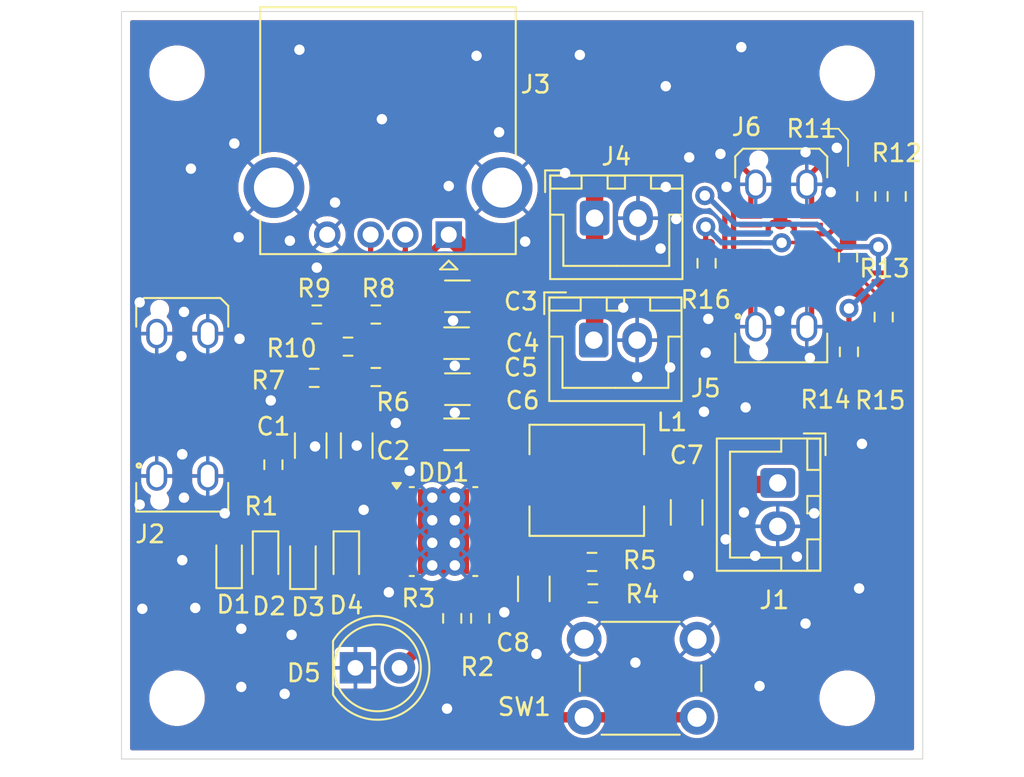
<source format=kicad_pcb>
(kicad_pcb (version 20240108) (generator "pcbnew") (generator_version "8.0")
  (layers (0 "F.Cu" signal) (31 "B.Cu" signal) (34 "B.Paste" user) (35 "F.Paste" user) (36 "B.SilkS" user "B.Silkscreen") (37 "F.SilkS" user "F.Silkscreen") (38 "B.Mask" user) (39 "F.Mask" user) (44 "Edge.Cuts" user))
  (net 0 "")
  (net 1 "GND")
  (net 2 "Net-(C1-Pad1)")
  (net 3 "Net-(DD1-Vin)")
  (net 4 "Net-(DD1-Vout)")
  (net 5 "Net-(J1-Pin_1)")
  (net 6 "Net-(DD1-BAT)")
  (net 7 "Net-(D5-A)")
  (net 8 "Net-(DD1-SW)")
  (net 9 "Net-(D1-A)")
  (net 10 "Net-(D1-K)")
  (net 11 "Net-(D3-A)")
  (net 12 "Net-(DD1-KEY)")
  (net 29 "Net-(R2-Pad2)")
  (net 30 "Net-(J3-D-)")
  (net 31 "Net-(J3-D+)")
  (net 33 "Net-(J6-D+-PadA6)")
  (net 35 "Net-(J6-CC1)")
  (net 44 "Net-(J6-D--PadA7)")
  (footprint "Capacitor_SMD:C_1206_3216Metric_Pad1.33x1.80mm_HandSolder" (layer "F.Cu") (at 138.95 110.7 -90)
    (property "Reference" "C8" (at 3.1 1.2 180) (layer "F.SilkS"))
    (property "Value" "22 uF")
    (pad "1" smd roundrect (at -1.5625 0 270) (size 1.325 1.8) (layers "F.Cu" "F.Paste" "F.Mask") (roundrect_rratio 0.188679) (net 6 "Net-(DD1-BAT)"))
    (pad "2" smd roundrect (at 1.5625 0 270) (size 1.325 1.8) (layers "F.Cu" "F.Paste" "F.Mask") (roundrect_rratio 0.188679) (net 1 "GND"))
  )
  (footprint "Capacitor_SMD:C_1206_3216Metric_Pad1.33x1.80mm_HandSolder" (layer "F.Cu") (at 128.75 102.45 90)
    (property "Reference" "C2" (at -0.3 2.1 180) (layer "F.SilkS"))
    (property "Value" "10 uF")
    (pad "1" smd roundrect (at -1.5625 0 90) (size 1.325 1.8) (layers "F.Cu" "F.Paste" "F.Mask") (roundrect_rratio 0.188679) (net 3 "Net-(DD1-Vin)"))
    (pad "2" smd roundrect (at 1.5625 0 90) (size 1.325 1.8) (layers "F.Cu" "F.Paste" "F.Mask") (roundrect_rratio 0.188679) (net 1 "GND"))
  )
  (footprint "Resistor_SMD:R_0603_1608Metric_Pad0.98x0.95mm_HandSolder" (layer "F.Cu") (at 157.05 91.6 90)
    (property "Reference" "R13" (at -0.65 2.1 180) (layer "F.SilkS"))
    (property "Value" "0 Ohm")
    (pad "1" smd roundrect (at -0.9125 0 90) (size 0.975 0.95) (layers "F.Cu" "F.Paste" "F.Mask") (net 44 "Net-(J6-D--PadA7)"))
    (pad "2" smd roundrect (at 0.9125 0 90) (size 0.975 0.95) (layers "F.Cu" "F.Paste" "F.Mask") (net 33 "Net-(J6-D+-PadA6)"))
  )
  (footprint "Button_Switch_THT:SW_PUSH_6mm_H13mm" (layer "F.Cu") (at 141.85 113.6)
    (property "Reference" "SW1" (at -3.45 3.9 0) (layer "F.SilkS"))
    (property "Value" "SW_Push")
    (pad "1" thru_hole circle (at 0 0 90) (size 2 2) (drill 1.1) (layers "*.Cu" "*.Mask") (net 1 "GND"))
    (pad "1" thru_hole circle (at 6.5 0 90) (size 2 2) (drill 1.1) (layers "*.Cu" "*.Mask") (net 1 "GND"))
    (pad "2" thru_hole circle (at 0 4.500001 90) (size 2 2) (drill 1.1) (layers "*.Cu" "*.Mask") (net 29 "Net-(R2-Pad2)"))
    (pad "2" thru_hole circle (at 6.500001 4.5 90) (size 2 2) (drill 1.1) (layers "*.Cu" "*.Mask") (net 29 "Net-(R2-Pad2)"))
  )
  (footprint "Connector_USB:USB_C_Receptacle_JAE_DX07S024WJ3R400" (layer "F.Cu") (at 118.7 100.1 90)
    (property "Reference" "J2" (at -7.45 -1.85 180) (layer "F.SilkS"))
    (property "Value" "USB_C_Receptacle")
    (pad "" np_thru_hole circle (at -5.5 -1.3 90) (size 0.6 0.6) (drill 0.6) (layers "*.Cu" "*.Mask"))
    (pad "" np_thru_hole circle (at 5.5 -1.3 90) (size 0.6 0.6) (drill 0.6) (layers "*.Cu" "*.Mask"))
    (pad "A1" smd rect (at -2.75 -1.75 90) (size 0.27 1.3) (layers "F.Cu" "F.Paste" "F.Mask") (net 1 "GND"))
    (pad "A2" smd rect (at -2.25 -1.75 90) (size 0.27 1.3) (layers "F.Cu" "F.Paste" "F.Mask"))
    (pad "A3" smd rect (at -1.75 -1.75 90) (size 0.27 1.3) (layers "F.Cu" "F.Paste" "F.Mask"))
    (pad "A4" smd rect (at -1.25 -1.749999 90) (size 0.27 1.3) (layers "F.Cu" "F.Paste" "F.Mask") (net 3 "Net-(DD1-Vin)"))
    (pad "A5" smd rect (at -0.75 -1.75 90) (size 0.27 1.3) (layers "F.Cu" "F.Paste" "F.Mask"))
    (pad "A6" smd rect (at -0.25 -1.75 90) (size 0.27 1.3) (layers "F.Cu" "F.Paste" "F.Mask"))
    (pad "A7" smd rect (at 0.25 -1.75 90) (size 0.27 1.3) (layers "F.Cu" "F.Paste" "F.Mask"))
    (pad "A8" smd rect (at 0.75 -1.75 90) (size 0.27 1.3) (layers "F.Cu" "F.Paste" "F.Mask"))
    (pad "A9" smd rect (at 1.25 -1.749999 90) (size 0.27 1.3) (layers "F.Cu" "F.Paste" "F.Mask") (net 3 "Net-(DD1-Vin)"))
    (pad "A10" smd rect (at 1.75 -1.75 90) (size 0.27 1.3) (layers "F.Cu" "F.Paste" "F.Mask"))
    (pad "A11" smd rect (at 2.25 -1.75 90) (size 0.27 1.3) (layers "F.Cu" "F.Paste" "F.Mask"))
    (pad "A12" smd rect (at 2.75 -1.75 90) (size 0.27 1.3) (layers "F.Cu" "F.Paste" "F.Mask") (net 1 "GND"))
    (pad "B1" smd rect (at 2.75 1.75 90) (size 0.27 1.3) (layers "F.Cu" "F.Paste" "F.Mask") (net 1 "GND"))
    (pad "B2" smd rect (at 2.25 1.75 90) (size 0.27 1.3) (layers "F.Cu" "F.Paste" "F.Mask"))
    (pad "B3" smd rect (at 1.75 1.75 90) (size 0.27 1.3) (layers "F.Cu" "F.Paste" "F.Mask"))
    (pad "B4" smd rect (at 1.25 1.749999 90) (size 0.27 1.3) (layers "F.Cu" "F.Paste" "F.Mask") (net 3 "Net-(DD1-Vin)"))
    (pad "B5" smd rect (at 0.75 1.75 90) (size 0.27 1.3) (layers "F.Cu" "F.Paste" "F.Mask"))
    (pad "B6" smd rect (at 0.25 1.75 90) (size 0.27 1.3) (layers "F.Cu" "F.Paste" "F.Mask"))
    (pad "B7" smd rect (at -0.25 1.75 90) (size 0.27 1.3) (layers "F.Cu" "F.Paste" "F.Mask"))
    (pad "B8" smd rect (at -0.75 1.75 90) (size 0.27 1.3) (layers "F.Cu" "F.Paste" "F.Mask"))
    (pad "B9" smd rect (at -1.25 1.749999 90) (size 0.27 1.3) (layers "F.Cu" "F.Paste" "F.Mask") (net 3 "Net-(DD1-Vin)"))
    (pad "B10" smd rect (at -1.75 1.75 90) (size 0.27 1.3) (layers "F.Cu" "F.Paste" "F.Mask"))
    (pad "B11" smd rect (at -2.25 1.75 90) (size 0.27 1.3) (layers "F.Cu" "F.Paste" "F.Mask"))
    (pad "B12" smd rect (at -2.75 1.75 90) (size 0.27 1.3) (layers "F.Cu" "F.Paste" "F.Mask") (net 1 "GND"))
    (pad "S1" thru_hole oval (at -4.1 -1.47 180) (size 1.2 1.7) (drill oval 0.8 1.3) (layers "*.Cu" "*.Mask") (net 1 "GND"))
    (pad "S1" thru_hole oval (at -4.1 1.47 180) (size 1.2 1.7) (drill oval 0.8 1.3) (layers "*.Cu" "*.Mask") (net 1 "GND"))
    (pad "S1" thru_hole oval (at 4.1 -1.47 180) (size 1.2 1.7) (drill oval 0.8 1.3) (layers "*.Cu" "*.Mask") (net 1 "GND"))
    (pad "S1" thru_hole oval (at 4.1 1.47 180) (size 1.2 1.7) (drill oval 0.8 1.3) (layers "*.Cu" "*.Mask") (net 1 "GND"))
  )
  (footprint "Connector_USB:USB_C_Receptacle_JAE_DX07S024WJ3R400" (layer "F.Cu") (at 153.2 91.5 90)
    (property "Reference" "J6" (at 7.4 -2 180) (layer "F.SilkS"))
    (property "Value" "USB_C_Receptacle")
    (pad "" np_thru_hole circle (at -5.5 -1.3 90) (size 0.6 0.6) (drill 0.6) (layers "*.Cu" "*.Mask"))
    (pad "" np_thru_hole circle (at 5.5 -1.3 90) (size 0.6 0.6) (drill 0.6) (layers "*.Cu" "*.Mask"))
    (pad "A1" smd rect (at -2.75 -1.75 90) (size 0.27 1.3) (layers "F.Cu" "F.Paste" "F.Mask") (net 1 "GND"))
    (pad "A2" smd rect (at -2.25 -1.75 90) (size 0.27 1.3) (layers "F.Cu" "F.Paste" "F.Mask"))
    (pad "A3" smd rect (at -1.75 -1.75 90) (size 0.27 1.3) (layers "F.Cu" "F.Paste" "F.Mask"))
    (pad "A4" smd rect (at -1.25 -1.75 90) (size 0.27 1.3) (layers "F.Cu" "F.Paste" "F.Mask") (net 4 "Net-(DD1-Vout)"))
    (pad "A5" smd rect (at -0.75 -1.75 90) (size 0.27 1.3) (layers "F.Cu" "F.Paste" "F.Mask") (net 35 "Net-(J6-CC1)"))
    (pad "A6" smd rect (at -0.25 -1.75 90) (size 0.27 1.3) (layers "F.Cu" "F.Paste" "F.Mask") (net 33 "Net-(J6-D+-PadA6)"))
    (pad "A7" smd rect (at 0.25 -1.75 90) (size 0.27 1.3) (layers "F.Cu" "F.Paste" "F.Mask") (net 44 "Net-(J6-D--PadA7)"))
    (pad "A8" smd rect (at 0.75 -1.75 90) (size 0.27 1.3) (layers "F.Cu" "F.Paste" "F.Mask"))
    (pad "A9" smd rect (at 1.25 -1.75 90) (size 0.27 1.3) (layers "F.Cu" "F.Paste" "F.Mask") (net 4 "Net-(DD1-Vout)"))
    (pad "A10" smd rect (at 1.75 -1.75 90) (size 0.27 1.3) (layers "F.Cu" "F.Paste" "F.Mask"))
    (pad "A11" smd rect (at 2.25 -1.75 90) (size 0.27 1.3) (layers "F.Cu" "F.Paste" "F.Mask"))
    (pad "A12" smd rect (at 2.75 -1.75 90) (size 0.27 1.3) (layers "F.Cu" "F.Paste" "F.Mask") (net 1 "GND"))
    (pad "B1" smd rect (at 2.75 1.75 90) (size 0.27 1.3) (layers "F.Cu" "F.Paste" "F.Mask") (net 1 "GND"))
    (pad "B2" smd rect (at 2.25 1.75 90) (size 0.27 1.3) (layers "F.Cu" "F.Paste" "F.Mask"))
    (pad "B3" smd rect (at 1.75 1.75 90) (size 0.27 1.3) (layers "F.Cu" "F.Paste" "F.Mask"))
    (pad "B4" smd rect (at 1.25 1.75 90) (size 0.27 1.3) (layers "F.Cu" "F.Paste" "F.Mask") (net 4 "Net-(DD1-Vout)"))
    (pad "B5" smd rect (at 0.75 1.75 90) (size 0.27 1.3) (layers "F.Cu" "F.Paste" "F.Mask") (net 35 "Net-(J6-CC1)"))
    (pad "B6" smd rect (at 0.25 1.75 90) (size 0.27 1.3) (layers "F.Cu" "F.Paste" "F.Mask") (net 33 "Net-(J6-D+-PadA6)"))
    (pad "B7" smd rect (at -0.25 1.75 90) (size 0.27 1.3) (layers "F.Cu" "F.Paste" "F.Mask") (net 44 "Net-(J6-D--PadA7)"))
    (pad "B8" smd rect (at -0.75 1.75 90) (size 0.27 1.3) (layers "F.Cu" "F.Paste" "F.Mask"))
    (pad "B9" smd rect (at -1.25 1.75 90) (size 0.27 1.3) (layers "F.Cu" "F.Paste" "F.Mask") (net 4 "Net-(DD1-Vout)"))
    (pad "B10" smd rect (at -1.75 1.75 90) (size 0.27 1.3) (layers "F.Cu" "F.Paste" "F.Mask"))
    (pad "B11" smd rect (at -2.25 1.75 90) (size 0.27 1.3) (layers "F.Cu" "F.Paste" "F.Mask"))
    (pad "B12" smd rect (at -2.75 1.75 90) (size 0.27 1.3) (layers "F.Cu" "F.Paste" "F.Mask") (net 1 "GND"))
    (pad "S1" thru_hole oval (at -4.1 -1.47 180) (size 1.2 1.7) (drill oval 0.8 1.3) (layers "*.Cu" "*.Mask") (net 1 "GND"))
    (pad "S1" thru_hole oval (at -4.1 1.47 180) (size 1.2 1.7) (drill oval 0.8 1.3) (layers "*.Cu" "*.Mask") (net 1 "GND"))
    (pad "S1" thru_hole oval (at 4.1 -1.47 180) (size 1.2 1.7) (drill oval 0.8 1.3) (layers "*.Cu" "*.Mask") (net 1 "GND"))
    (pad "S1" thru_hole oval (at 4.1 1.47 180) (size 1.2 1.7) (drill oval 0.8 1.3) (layers "*.Cu" "*.Mask") (net 1 "GND"))
  )
  (footprint "Inductor_SMD:L_6.3x6.3_H3" (layer "F.Cu") (at 142 104.45)
    (property "Reference" "L1" (at 4.9 -3.35 0) (layer "F.SilkS"))
    (property "Value" "1 uH")
    (pad "1" smd rect (at -2.75 0) (size 1.5 2.4) (layers "F.Cu" "F.Paste" "F.Mask") (net 8 "Net-(DD1-SW)"))
    (pad "2" smd rect (at 2.75 0) (size 1.5 2.4) (layers "F.Cu" "F.Paste" "F.Mask") (net 5 "Net-(J1-Pin_1)"))
  )
  (footprint "Capacitor_SMD:C_1206_3216Metric_Pad1.33x1.80mm_HandSolder" (layer "F.Cu") (at 134.55 99.2 180)
    (property "Reference" "C5" (at -3.65 1.25 0) (layer "F.SilkS"))
    (property "Value" "22 uF")
    (pad "1" smd roundrect (at -1.5625 0 180) (size 1.325 1.8) (layers "F.Cu" "F.Paste" "F.Mask") (roundrect_rratio 0.188679) (net 4 "Net-(DD1-Vout)"))
    (pad "2" smd roundrect (at 1.5625 0 180) (size 1.325 1.8) (layers "F.Cu" "F.Paste" "F.Mask") (roundrect_rratio 0.188679) (net 1 "GND"))
  )
  (footprint "Capacitor_SMD:C_1206_3216Metric_Pad1.33x1.80mm_HandSolder" (layer "F.Cu") (at 134.5 101.8 180)
    (property "Reference" "C6" (at -3.8 1.95 0) (layer "F.SilkS"))
    (property "Value" "22 uF")
    (pad "1" smd roundrect (at -1.5625 0 180) (size 1.325 1.8) (layers "F.Cu" "F.Paste" "F.Mask") (roundrect_rratio 0.188679) (net 4 "Net-(DD1-Vout)"))
    (pad "2" smd roundrect (at 1.5625 0 180) (size 1.325 1.8) (layers "F.Cu" "F.Paste" "F.Mask") (roundrect_rratio 0.188679) (net 1 "GND"))
  )
  (footprint "Resistor_SMD:R_0603_1608Metric_Pad0.98x0.95mm_HandSolder" (layer "F.Cu") (at 129.85 94.9 180)
    (property "Reference" "R8" (at -0.15 1.5 0) (layer "F.SilkS"))
    (property "Value" "43 k")
    (pad "1" smd roundrect (at -0.9125 0 180) (size 0.975 0.95) (layers "F.Cu" "F.Paste" "F.Mask") (net 4 "Net-(DD1-Vout)"))
    (pad "2" smd roundrect (at 0.9125 0 180) (size 0.975 0.95) (layers "F.Cu" "F.Paste" "F.Mask") (net 31 "Net-(J3-D+)"))
  )
  (footprint "Resistor_SMD:R_0603_1608Metric_Pad0.98x0.95mm_HandSolder" (layer "F.Cu") (at 159.1 95.05 -90)
    (property "Reference" "R15" (at 4.8 0.2 180) (layer "F.SilkS"))
    (property "Value" "51 k")
    (pad "1" smd roundrect (at -0.9125 0 270) (size 0.975 0.95) (layers "F.Cu" "F.Paste" "F.Mask") (net 44 "Net-(J6-D--PadA7)"))
    (pad "2" smd roundrect (at 0.9125 0 270) (size 0.975 0.95) (layers "F.Cu" "F.Paste" "F.Mask") (net 1 "GND"))
  )
  (footprint "Connector_JST:JST_XH_B2B-XH-A_1x02_P2.50mm_Vertical" (layer "F.Cu") (at 142.4 96.375)
    (property "Reference" "J5" (at 6.45 2.775 0) (layer "F.SilkS"))
    (property "Value" "Conn_01x02")
    (pad "1" thru_hole roundrect (at 0 0) (size 1.7 2) (drill 1) (layers "*.Cu" "*.Mask") (roundrect_rratio 0.147059) (net 4 "Net-(DD1-Vout)"))
    (pad "2" thru_hole oval (at 2.5 0) (size 1.7 2) (drill 1) (layers "*.Cu" "*.Mask") (net 1 "GND"))
  )
  (footprint "MountingHole:MountingHole_2.7mm_M2.5" (layer "F.Cu") (at 157 81)
    (property "Reference" "REF**" (hide yes))
    (property "Value" "MountingHole_2.7mm_M2.5")
    (pad "" np_thru_hole circle (at 0 0) (size 2.7 2.7) (drill 2.7) (layers "F&B.Cu" "*.Mask"))
  )
  (footprint "Capacitor_SMD:C_1206_3216Metric_Pad1.33x1.80mm_HandSolder" (layer "F.Cu") (at 126.1 102.45 90)
    (property "Reference" "C1" (at 1.1 -2.15 180) (layer "F.SilkS"))
    (property "Value" "10 uF")
    (pad "1" smd roundrect (at -1.5625 0 90) (size 1.325 1.8) (layers "F.Cu" "F.Paste" "F.Mask") (roundrect_rratio 0.188679) (net 2 "Net-(C1-Pad1)"))
    (pad "2" smd roundrect (at 1.5625 0 90) (size 1.325 1.8) (layers "F.Cu" "F.Paste" "F.Mask") (roundrect_rratio 0.188679) (net 1 "GND"))
  )
  (footprint "Resistor_SMD:R_0603_1608Metric_Pad0.98x0.95mm_HandSolder" (layer "F.Cu") (at 135.86 112.4 -90)
    (property "Reference" "R2" (at 2.8 0.16 180) (layer "F.SilkS"))
    (property "Value" "10 k")
    (pad "1" smd roundrect (at -0.9125 0 270) (size 0.975 0.95) (layers "F.Cu" "F.Paste" "F.Mask") (net 12 "Net-(DD1-KEY)"))
    (pad "2" smd roundrect (at 0.9125 0 270) (size 0.975 0.95) (layers "F.Cu" "F.Paste" "F.Mask") (net 29 "Net-(R2-Pad2)"))
  )
  (footprint "Resistor_SMD:R_0603_1608Metric_Pad0.98x0.95mm_HandSolder" (layer "F.Cu") (at 148.9 91.95 90)
    (property "Reference" "R16" (at -2.1 -0.05 180) (layer "F.SilkS"))
    (property "Value" "22 k")
    (pad "1" smd roundrect (at -0.9125 0 90) (size 0.975 0.95) (layers "F.Cu" "F.Paste" "F.Mask") (net 4 "Net-(DD1-Vout)"))
    (pad "2" smd roundrect (at 0.9125 0 90) (size 0.975 0.95) (layers "F.Cu" "F.Paste" "F.Mask") (net 35 "Net-(J6-CC1)"))
  )
  (footprint "LED_SMD:LED_0603_1608Metric_Pad1.05x0.95mm_HandSolder" (layer "F.Cu") (at 123.5 109.05 -90)
    (property "Reference" "D2" (at 2.65 -0.2 180) (layer "F.SilkS"))
    (property "Value" "LED")
    (pad "1" smd roundrect (at -0.874999 0 270) (size 1.05 0.95) (layers "F.Cu" "F.Paste" "F.Mask") (net 9 "Net-(D1-A)"))
    (pad "2" smd roundrect (at 0.874999 0 270) (size 1.05 0.95) (layers "F.Cu" "F.Paste" "F.Mask") (net 10 "Net-(D1-K)"))
  )
  (footprint "MountingHole:MountingHole_2.7mm_M2.5" (layer "F.Cu") (at 118.4 81)
    (property "Reference" "REF**" (hide yes))
    (property "Value" "MountingHole_2.7mm_M2.5")
    (pad "" np_thru_hole circle (at 0 0) (size 2.7 2.7) (drill 2.7) (layers "F&B.Cu" "*.Mask"))
  )
  (footprint "LED_SMD:LED_0603_1608Metric_Pad1.05x0.95mm_HandSolder" (layer "F.Cu") (at 121.4 109 90)
    (property "Reference" "D1" (at -2.6 0.25 180) (layer "F.SilkS"))
    (property "Value" "LED")
    (pad "1" smd roundrect (at -0.874999 0 90) (size 1.05 0.95) (layers "F.Cu" "F.Paste" "F.Mask") (net 10 "Net-(D1-K)"))
    (pad "2" smd roundrect (at 0.874999 0 90) (size 1.05 0.95) (layers "F.Cu" "F.Paste" "F.Mask") (net 9 "Net-(D1-A)"))
  )
  (footprint "Resistor_SMD:R_0603_1608Metric_Pad0.98x0.95mm_HandSolder" (layer "F.Cu") (at 134.25 112.4 -90)
    (property "Reference" "R3" (at -1.15 1.95 180) (layer "F.SilkS"))
    (property "Value" "91 Ohm")
    (pad "1" smd roundrect (at -0.9125 0 270) (size 0.975 0.95) (layers "F.Cu" "F.Paste" "F.Mask") (net 12 "Net-(DD1-KEY)"))
    (pad "2" smd roundrect (at 0.9125 0 270) (size 0.975 0.95) (layers "F.Cu" "F.Paste" "F.Mask") (net 7 "Net-(D5-A)"))
  )
  (footprint "Resistor_SMD:R_0603_1608Metric_Pad0.98x0.95mm_HandSolder" (layer "F.Cu") (at 126.3 98.55 180)
    (property "Reference" "R7" (at 2.65 -0.15 0) (layer "F.SilkS"))
    (property "Value" "51 k")
    (pad "1" smd roundrect (at -0.9125 0 180) (size 0.975 0.95) (layers "F.Cu" "F.Paste" "F.Mask") (net 30 "Net-(J3-D-)"))
    (pad "2" smd roundrect (at 0.9125 0 180) (size 0.975 0.95) (layers "F.Cu" "F.Paste" "F.Mask") (net 1 "GND"))
  )
  (footprint "LED_SMD:LED_0603_1608Metric_Pad1.05x0.95mm_HandSolder" (layer "F.Cu") (at 125.65 109.05 90)
    (property "Reference" "D3" (at -2.7 0.3 180) (layer "F.SilkS"))
    (property "Value" "LED")
    (pad "1" smd roundrect (at -0.874999 0 90) (size 1.05 0.95) (layers "F.Cu" "F.Paste" "F.Mask") (net 10 "Net-(D1-K)"))
    (pad "2" smd roundrect (at 0.874999 0 90) (size 1.05 0.95) (layers "F.Cu" "F.Paste" "F.Mask") (net 11 "Net-(D3-A)"))
  )
  (footprint "MountingHole:MountingHole_2.7mm_M2.5" (layer "F.Cu") (at 157 117)
    (property "Reference" "REF**" (hide yes))
    (property "Value" "MountingHole_2.7mm_M2.5")
    (pad "" np_thru_hole circle (at 0 0) (size 2.7 2.7) (drill 2.7) (layers "F&B.Cu" "*.Mask"))
  )
  (footprint "Resistor_SMD:R_0603_1608Metric_Pad0.98x0.95mm_HandSolder" (layer "F.Cu") (at 142.35 110.96 180)
    (property "Reference" "R4" (at -2.85 -0.05 0) (layer "F.SilkS"))
    (property "Value" "1 Ohm")
    (pad "1" smd roundrect (at -0.9125 0 180) (size 0.975 0.95) (layers "F.Cu" "F.Paste" "F.Mask") (net 5 "Net-(J1-Pin_1)"))
    (pad "2" smd roundrect (at 0.9125 0 180) (size 0.975 0.95) (layers "F.Cu" "F.Paste" "F.Mask") (net 6 "Net-(DD1-BAT)"))
  )
  (footprint "Capacitor_SMD:C_1206_3216Metric_Pad1.33x1.80mm_HandSolder" (layer "F.Cu") (at 134.55 93.85 180)
    (property "Reference" "C3" (at -3.65 -0.3 0) (layer "F.SilkS"))
    (property "Value" "22 uF")
    (pad "1" smd roundrect (at -1.5625 0 180) (size 1.325 1.8) (layers "F.Cu" "F.Paste" "F.Mask") (roundrect_rratio 0.188679) (net 4 "Net-(DD1-Vout)"))
    (pad "2" smd roundrect (at 1.5625 0 180) (size 1.325 1.8) (layers "F.Cu" "F.Paste" "F.Mask") (roundrect_rratio 0.188679) (net 1 "GND"))
  )
  (footprint "Resistor_SMD:R_0603_1608Metric_Pad0.98x0.95mm_HandSolder" (layer "F.Cu") (at 126.45 94.9 180)
    (property "Reference" "R9" (at 0.15 1.5 0) (layer "F.SilkS"))
    (property "Value" "51 k")
    (pad "1" smd roundrect (at -0.9125 0 180) (size 0.975 0.95) (layers "F.Cu" "F.Paste" "F.Mask") (net 31 "Net-(J3-D+)"))
    (pad "2" smd roundrect (at 0.9125 0 180) (size 0.975 0.95) (layers "F.Cu" "F.Paste" "F.Mask") (net 1 "GND"))
  )
  (footprint "LED_SMD:LED_0603_1608Metric_Pad1.05x0.95mm_HandSolder" (layer "F.Cu") (at 128.15 109.05 -90)
    (property "Reference" "D4" (at 2.6 0 180) (layer "F.SilkS"))
    (property "Value" "LED")
    (pad "1" smd roundrect (at -0.874999 0 270) (size 1.05 0.95) (layers "F.Cu" "F.Paste" "F.Mask") (net 11 "Net-(D3-A)"))
    (pad "2" smd roundrect (at 0.874999 0 270) (size 1.05 0.95) (layers "F.Cu" "F.Paste" "F.Mask") (net 10 "Net-(D1-K)"))
  )
  (footprint "Capacitor_SMD:C_1206_3216Metric_Pad1.33x1.80mm_HandSolder" (layer "F.Cu") (at 134.5 96.55 180)
    (property "Reference" "C4" (at -3.8 0 0) (layer "F.SilkS"))
    (property "Value" "22 uF")
    (pad "1" smd roundrect (at -1.5625 0 180) (size 1.325 1.8) (layers "F.Cu" "F.Paste" "F.Mask") (roundrect_rratio 0.188679) (net 4 "Net-(DD1-Vout)"))
    (pad "2" smd roundrect (at 1.5625 0 180) (size 1.325 1.8) (layers "F.Cu" "F.Paste" "F.Mask") (roundrect_rratio 0.188679) (net 1 "GND"))
  )
  (footprint "LED_THT:LED_D5.0mm" (layer "F.Cu") (at 128.675 115.25)
    (property "Reference" "D5" (at -2.975 0.3 0) (layer "F.SilkS"))
    (property "Value" "LED")
    (pad "1" thru_hole rect (at 0 0) (size 1.8 1.8) (drill 0.9) (layers "*.Cu" "*.Mask") (net 1 "GND"))
    (pad "2" thru_hole circle (at 2.54 0) (size 1.8 1.8) (drill 0.9) (layers "*.Cu" "*.Mask") (net 7 "Net-(D5-A)"))
  )
  (footprint "Resistor_SMD:R_0603_1608Metric_Pad0.98x0.95mm_HandSolder" (layer "F.Cu") (at 157.1 97.05 -90)
    (property "Reference" "R14" (at 2.75 1.35 180) (layer "F.SilkS"))
    (property "Value" "51 k")
    (pad "1" smd roundrect (at -0.9125 0 270) (size 0.975 0.95) (layers "F.Cu" "F.Paste" "F.Mask") (net 33 "Net-(J6-D+-PadA6)"))
    (pad "2" smd roundrect (at 0.9125 0 270) (size 0.975 0.95) (layers "F.Cu" "F.Paste" "F.Mask") (net 1 "GND"))
  )
  (footprint "Connector_USB:USB_A_CONNFLY_DS1095-WNR0" (layer "F.Cu") (at 134.05 90.3 180)
    (property "Reference" "J3" (at -5 8.65 0) (layer "F.SilkS"))
    (property "Value" "USB_A")
    (pad "1" thru_hole rect (at 0 0 180) (size 1.524 1.524) (drill 0.92) (layers "*.Cu" "*.Mask") (net 4 "Net-(DD1-Vout)"))
    (pad "2" thru_hole circle (at 2.5 0 180) (size 1.524 1.524) (drill 0.92) (layers "*.Cu" "*.Mask") (net 30 "Net-(J3-D-)"))
    (pad "3" thru_hole circle (at 4.500001 0 180) (size 1.524 1.524) (drill 0.92) (layers "*.Cu" "*.Mask") (net 31 "Net-(J3-D+)"))
    (pad "4" thru_hole circle (at 6.999999 0 180) (size 1.524 1.524) (drill 0.92) (layers "*.Cu" "*.Mask") (net 1 "GND"))
    (pad "5" thru_hole circle (at -3.07 2.71 180) (size 3.5 3.5) (drill 2.3) (layers "*.Cu" "*.Mask") (net 1 "GND"))
    (pad "5" thru_hole circle (at 10.07 2.71 180) (size 3.5 3.5) (drill 2.3) (layers "*.Cu" "*.Mask") (net 1 "GND"))
  )
  (footprint "Resistor_SMD:R_0603_1608Metric_Pad0.98x0.95mm_HandSolder" (layer "F.Cu") (at 142.3 109.15 180)
    (property "Reference" "R5" (at -2.75 0.09 0) (layer "F.SilkS"))
    (property "Value" "1 Ohm")
    (pad "1" smd roundrect (at -0.9125 0 180) (size 0.975 0.95) (layers "F.Cu" "F.Paste" "F.Mask") (net 5 "Net-(J1-Pin_1)"))
    (pad "2" smd roundrect (at 0.9125 0 180) (size 0.975 0.95) (layers "F.Cu" "F.Paste" "F.Mask") (net 6 "Net-(DD1-BAT)"))
  )
  (footprint "Connector_JST:JST_XH_B2B-XH-A_1x02_P2.50mm_Vertical" (layer "F.Cu") (at 153 104.6 -90)
    (property "Reference" "J1" (at 6.75 0.2 180) (layer "F.SilkS"))
    (property "Value" "Conn_01x02")
    (pad "1" thru_hole roundrect (at 0 0 270) (size 1.7 2) (drill 1) (layers "*.Cu" "*.Mask") (roundrect_rratio 0.147059) (net 5 "Net-(J1-Pin_1)"))
    (pad "2" thru_hole oval (at 2.5 0 270) (size 1.7 2) (drill 1) (layers "*.Cu" "*.Mask") (net 1 "GND"))
  )
  (footprint "Resistor_SMD:R_0603_1608Metric_Pad0.98x0.95mm_HandSolder" (layer "F.Cu") (at 129.85 98.5 180)
    (property "Reference" "R6" (at -1 -1.45 0) (layer "F.SilkS"))
    (property "Value" "75 k")
    (pad "1" smd roundrect (at -0.9125 0 180) (size 0.975 0.95) (layers "F.Cu" "F.Paste" "F.Mask") (net 4 "Net-(DD1-Vout)"))
    (pad "2" smd roundrect (at 0.9125 0 180) (size 0.975 0.95) (layers "F.Cu" "F.Paste" "F.Mask") (net 30 "Net-(J3-D-)"))
  )
  (footprint "Resistor_SMD:R_0603_1608Metric_Pad0.98x0.95mm_HandSolder" (layer "F.Cu") (at 128.25 96.75)
    (property "Reference" "R10" (at -3.25 0.1 0) (layer "F.SilkS"))
    (property "Value" "0 Ohm")
    (pad "1" smd roundrect (at -0.9125 0) (size 0.975 0.95) (layers "F.Cu" "F.Paste" "F.Mask") (net 31 "Net-(J3-D+)"))
    (pad "2" smd roundrect (at 0.9125 0) (size 0.975 0.95) (layers "F.Cu" "F.Paste" "F.Mask") (net 30 "Net-(J3-D-)"))
  )
  (footprint "Capacitor_SMD:C_1206_3216Metric_Pad1.33x1.80mm_HandSolder" (layer "F.Cu") (at 147.75 106.3 -90)
    (property "Reference" "C7" (at -3.3 0 180) (layer "F.SilkS"))
    (property "Value" "22 uF")
    (pad "1" smd roundrect (at -1.5625 0 270) (size 1.325 1.8) (layers "F.Cu" "F.Paste" "F.Mask") (roundrect_rratio 0.188679) (net 5 "Net-(J1-Pin_1)"))
    (pad "2" smd roundrect (at 1.5625 0 270) (size 1.325 1.8) (layers "F.Cu" "F.Paste" "F.Mask") (roundrect_rratio 0.188679) (net 1 "GND"))
  )
  (footprint "Resistor_SMD:R_0603_1608Metric_Pad0.98x0.95mm_HandSolder" (layer "F.Cu") (at 158.1 88.1 -90)
    (property "Reference" "R11" (at -3.9 3.15 180) (layer "F.SilkS"))
    (property "Value" "43 k")
    (pad "1" smd roundrect (at -0.9125 0 270) (size 0.975 0.95) (layers "F.Cu" "F.Paste" "F.Mask") (net 4 "Net-(DD1-Vout)"))
    (pad "2" smd roundrect (at 0.9125 0 270) (size 0.975 0.95) (layers "F.Cu" "F.Paste" "F.Mask") (net 33 "Net-(J6-D+-PadA6)"))
  )
  (footprint "Resistor_SMD:R_0603_1608Metric_Pad0.98x0.95mm_HandSolder" (layer "F.Cu") (at 159.85 88.1 -90)
    (property "Reference" "R12" (at -2.5 0 180) (layer "F.SilkS"))
    (property "Value" "75 k")
    (pad "1" smd roundrect (at -0.9125 0 270) (size 0.975 0.95) (layers "F.Cu" "F.Paste" "F.Mask") (net 4 "Net-(DD1-Vout)"))
    (pad "2" smd roundrect (at 0.9125 0 270) (size 0.975 0.95) (layers "F.Cu" "F.Paste" "F.Mask") (net 44 "Net-(J6-D--PadA7)"))
  )
  (footprint "Resistor_SMD:R_0603_1608Metric_Pad0.98x0.95mm_HandSolder" (layer "F.Cu") (at 123.95 103.55 90)
    (property "Reference" "R1" (at -2.4 -0.7 180) (layer "F.SilkS"))
    (property "Value" "2.2 Ohm")
    (pad "1" smd roundrect (at -0.9125 0 90) (size 0.975 0.95) (layers "F.Cu" "F.Paste" "F.Mask") (net 3 "Net-(DD1-Vin)"))
    (pad "2" smd roundrect (at 0.9125 0 90) (size 0.975 0.95) (layers "F.Cu" "F.Paste" "F.Mask") (net 2 "Net-(C1-Pad1)"))
  )
  (footprint "Package_SO:SOIC-8-1EP_3.9x4.9mm_P1.27mm_EP2.95x4.9mm_Mask2.71x3.4mm_ThermalVias" (layer "F.Cu") (at 133.75 107.4)
    (property "Reference" "DD1" (at 0 -3.4 0) (layer "F.SilkS"))
    (property "Value" "~")
    (pad "1" smd roundrect (at -2.5625 -1.905) (size 1.775 0.6) (layers "F.Cu" "F.Paste" "F.Mask") (net 3 "Net-(DD1-Vin)"))
    (pad "2" smd roundrect (at -2.5625 -0.635) (size 1.775 0.6) (layers "F.Cu" "F.Paste" "F.Mask") (net 9 "Net-(D1-A)"))
    (pad "3" smd roundrect (at -2.5625 0.635) (size 1.775 0.6) (layers "F.Cu" "F.Paste" "F.Mask") (net 11 "Net-(D3-A)"))
    (pad "4" smd roundrect (at -2.5625 1.905) (size 1.775 0.6) (layers "F.Cu" "F.Paste" "F.Mask") (net 10 "Net-(D1-K)"))
    (pad "5" smd roundrect (at 2.5625 1.905) (size 1.775 0.6) (layers "F.Cu" "F.Paste" "F.Mask") (net 12 "Net-(DD1-KEY)"))
    (pad "6" smd roundrect (at 2.5625 0.635) (size 1.775 0.6) (layers "F.Cu" "F.Paste" "F.Mask") (net 6 "Net-(DD1-BAT)"))
    (pad "7" smd roundrect (at 2.5625 -0.635) (size 1.775 0.6) (layers "F.Cu" "F.Paste" "F.Mask") (net 8 "Net-(DD1-SW)"))
    (pad "8" smd roundrect (at 2.5625 -1.905) (size 1.775 0.6) (layers "F.Cu" "F.Paste" "F.Mask") (net 4 "Net-(DD1-Vout)"))
    (pad "9" thru_hole circle (at -0.65 -1.95) (size 1.2 1.2) (drill 0.6) (property pad_prop_heatsink) (layers "*.Cu") (net 1 "GND"))
    (pad "9" thru_hole circle (at -0.65 -0.65) (size 1.2 1.2) (drill 0.6) (property pad_prop_heatsink) (layers "*.Cu") (net 1 "GND"))
    (pad "9" thru_hole circle (at -0.65 0.65) (size 1.2 1.2) (drill 0.6) (property pad_prop_heatsink) (layers "*.Cu") (net 1 "GND"))
    (pad "9" thru_hole circle (at -0.65 1.95) (size 1.2 1.2) (drill 0.6) (property pad_prop_heatsink) (layers "*.Cu") (net 1 "GND"))
    (pad "9" smd rect (at 0 0) (size 1.8 4.4) (property pad_prop_heatsink) (layers "B.Cu") (net 1 "GND"))
    (pad "9" smd rect (at 0 0) (size 2.95 4.9) (property pad_prop_heatsink) (layers "F.Cu") (net 1 "GND"))
    (pad "9" thru_hole circle (at 0.65 -1.95) (size 1.2 1.2) (drill 0.6) (property pad_prop_heatsink) (layers "*.Cu") (net 1 "GND"))
    (pad "9" thru_hole circle (at 0.65 -0.65) (size 1.2 1.2) (drill 0.6) (property pad_prop_heatsink) (layers "*.Cu") (net 1 "GND"))
    (pad "9" thru_hole circle (at 0.65 0.65) (size 1.2 1.2) (drill 0.6) (property pad_prop_heatsink) (layers "*.Cu") (net 1 "GND"))
    (pad "9" thru_hole circle (at 0.65 1.95) (size 1.2 1.2) (drill 0.6) (property pad_prop_heatsink) (layers "*.Cu") (net 1 "GND"))
  )
  (footprint "Connector_JST:JST_XH_B2B-XH-A_1x02_P2.50mm_Vertical" (layer "F.Cu") (at 142.45 89.35)
    (property "Reference" "J4" (at 1.25 -3.55 0) (layer "F.SilkS"))
    (property "Value" "Conn_01x02")
    (pad "1" thru_hole roundrect (at 0 0) (size 1.7 2) (drill 1) (layers "*.Cu" "*.Mask") (roundrect_rratio 0.147059) (net 4 "Net-(DD1-Vout)"))
    (pad "2" thru_hole oval (at 2.5 0) (size 1.7 2) (drill 1) (layers "*.Cu" "*.Mask") (net 1 "GND"))
  )
  (footprint "MountingHole:MountingHole_2.7mm_M2.5" (layer "F.Cu") (at 118.4 117)
    (property "Reference" "REF**" (hide yes))
    (property "Value" "MountingHole_2.7mm_M2.5")
    (pad "" np_thru_hole circle (at 0 0) (size 2.7 2.7) (drill 2.7) (layers "*.Cu" "*.Mask"))
  )
  (gr_line (start 155.5 84.2) (end 156.5 84.2) (stroke (width 0.1)) (layer "F.SilkS"))
  (gr_line (start 156.5 84.2) (end 157.05 84.85) (stroke (width 0.1)) (layer "F.SilkS"))
  (gr_line (start 157.05 84.85) (end 157.05 86.35) (stroke (width 0.1)) (layer "F.SilkS"))
  (gr_rect (start 115.2 77.45) (end 161.35 120.5) (stroke (width 0.05)) (fill none) (layer "Edge.Cuts"))
  (segment (start 151.73 87.18) (end 150.8 86.25) (width 0.3) (layer "F.Cu") (net 1))
  (segment (start 154.95 87.68) (end 154.67 87.4) (width 0.3) (layer "F.Cu") (net 1))
  (segment (start 154.95 88.75) (end 154.95 87.68) (width 0.3) (layer "F.Cu") (net 1))
  (segment (start 151.45 95.32) (end 151.73 95.6) (width 0.3) (layer "F.Cu") (net 1))
  (segment (start 151.45 94.25) (end 151.45 95.32) (width 0.3) (layer "F.Cu") (net 1))
  (segment (start 154.95 94.25) (end 154.95 95.32) (width 0.3) (layer "F.Cu") (net 1))
  (segment (start 154.67 87.03) (end 156.4 85.3) (width 0.3) (layer "F.Cu") (net 1))
  (segment (start 151.73 87.4) (end 151.73 87.18) (width 0.3) (layer "F.Cu") (net 1))
  (segment (start 151.45 87.68) (end 151.73 87.4) (width 0.3) (layer "F.Cu") (net 1))
  (segment (start 154.95 95.32) (end 154.67 95.6) (width 0.3) (layer "F.Cu") (net 1))
  (segment (start 154.67 87.4) (end 154.67 87.03) (width 0.3) (layer "F.Cu") (net 1))
  (segment (start 151.45 88.75) (end 151.45 87.68) (width 0.3) (layer "F.Cu") (net 1))
  (via (at 116.25 105.85) (size 1.1) (drill 0.6) (layers "F.Cu" "B.Cu") (net 1))
  (via (at 134.3 95.25) (size 1.1) (drill 0.6) (layers "F.Cu" "B.Cu") (net 1))
  (via (at 118.7 102.95) (size 1.1) (drill 0.6) (layers "F.Cu" "B.Cu") (net 1))
  (via (at 121.95 90.45) (size 1.1) (drill 0.6) (layers "F.Cu" "B.Cu") (net 1))
  (via (at 146.8 97.95) (size 1.1) (drill 0.6) (layers "F.Cu" "B.Cu") (net 1))
  (via (at 122.1 113) (size 1.1) (drill 0.6) (layers "F.Cu" "B.Cu") (net 1))
  (via (at 150 107.85) (size 1.1) (drill 0.6) (layers "F.Cu" "B.Cu") (net 1))
  (via (at 144.1 94.5) (size 1.1) (drill 0.6) (layers "F.Cu" "B.Cu") (net 1))
  (via (at 146.25 91.1) (size 1.1) (drill 0.6) (layers "F.Cu" "B.Cu") (net 1))
  (via (at 151.95 116.3) (size 1.1) (drill 0.6) (layers "F.Cu" "B.Cu") (net 1))
  (via (at 140.75 86.75) (size 1.1) (drill 0.6) (layers "F.Cu" "B.Cu") (net 1))
  (via (at 139.1 114.45) (size 1.1) (drill 0.6) (layers "F.Cu" "B.Cu") (net 1))
  (via (at 121.7 85.05) (size 1.1) (drill 0.6) (layers "F.Cu" "B.Cu") (net 1))
  (via (at 131.8 103.9) (size 1.1) (drill 0.6) (layers "F.Cu" "B.Cu") (net 1))
  (via (at 149.7 85.65) (size 1.1) (drill 0.6) (layers "F.Cu" "B.Cu") (net 1))
  (via (at 119.45 111.8) (size 1.1) (drill 0.6) (layers "F.Cu" "B.Cu") (net 1))
  (via (at 122.1 116.35) (size 1.1) (drill 0.6) (layers "F.Cu" "B.Cu") (net 1))
  (via (at 154.6 112.7) (size 1.1) (drill 0.6) (layers "F.Cu" "B.Cu") (net 1))
  (via (at 134.4 100.55) (size 1.1) (drill 0.6) (layers "F.Cu" "B.Cu") (net 1))
  (via (at 150.9 79.5) (size 1.1) (drill 0.6) (layers "F.Cu" "B.Cu") (net 1))
  (via (at 127.5 88.45) (size 1.1) (drill 0.6) (layers "F.Cu" "B.Cu") (net 1))
  (via (at 148.75 100.5) (size 1.1) (drill 0.6) (layers "F.Cu" "B.Cu") (net 1))
  (via (at 157.687007 110.675053) (size 1.1) (drill 0.6) (layers "F.Cu" "B.Cu") (net 1))
  (via (at 119.2 86.5) (size 1.1) (drill 0.6) (layers "F.Cu" "B.Cu") (net 1))
  (via (at 147.15 89.4) (size 1.1) (drill 0.6) (layers "F.Cu" "B.Cu") (net 1))
  (via (at 146.55 87.55) (size 1.1) (drill 0.6) (layers "F.Cu" "B.Cu") (net 1))
  (via (at 154.85 97.4) (size 1.1) (drill 0.6) (layers "F.Cu" "B.Cu") (net 1))
  (via (at 126.35 102.5) (size 1.1) (drill 0.6) (layers "F.Cu" "B.Cu") (net 1))
  (via (at 122 96.3) (size 1.1) (drill 0.6) (layers "F.Cu" "B.Cu") (net 1))
  (via (at 137.25 112.05) (size 1.1) (drill 0.6) (layers "F.Cu" "B.Cu") (net 1))
  (via (at 118.8 94.75) (size 1.1) (drill 0.6) (layers "F.Cu" "B.Cu") (net 1))
  (via (at 129.15 106.15) (size 1.1) (drill 0.6) (layers "F.Cu" "B.Cu") (net 1))
  (via (at 118.7 109.05) (size 1.1) (drill 0.6) (layers "F.Cu" "B.Cu") (net 1))
  (via (at 128.75 102.45) (size 1.1) (drill 0.6) (layers "F.Cu" "B.Cu") (net 1))
  (via (at 125 113.35) (size 1.1) (drill 0.6) (layers "F.Cu" "B.Cu") (net 1))
  (via (at 155.1 106.35) (size 1.1) (drill 0.6) (layers "F.Cu" "B.Cu") (net 1))
  (via (at 118.65 97.3) (size 1.1) (drill 0.6) (layers "F.Cu" "B.Cu") (net 1))
  (via (at 151.7 108.8) (size 1.1) (drill 0.6) (layers "F.Cu" "B.Cu") (net 1))
  (via (at 121.15 106.35) (size 1.1) (drill 0.6) (layers "F.Cu" "B.Cu") (net 1))
  (via (at 134.05 87.5) (size 1.1) (drill 0.6) (layers "F.Cu" "B.Cu") (net 1))
  (via (at 136.95 84.4) (size 1.1) (drill 0.6) (layers "F.Cu" "B.Cu") (net 1))
  (via (at 118.8 105.45) (size 1.1) (drill 0.6) (layers "F.Cu" "B.Cu") (net 1))
  (via (at 156.4 85.3) (size 1.1) (drill 0.6) (layers "F.Cu" "B.Cu") (net 1))
  (via (at 131 101.15) (size 1.1) (drill 0.6) (layers "F.Cu" "B.Cu") (net 1))
  (via (at 118.7 102.95) (size 1.1) (drill 0.6) (layers "F.Cu" "B.Cu") (net 1))
  (via (at 116.25 94.2) (size 1.1) (drill 0.6) (layers "F.Cu" "B.Cu") (net 1))
  (via (at 149 95.15) (size 1.1) (drill 0.6) (layers "F.Cu" "B.Cu") (net 1))
  (via (at 154.1 108.85) (size 1.1) (drill 0.6) (layers "F.Cu" "B.Cu") (net 1))
  (via (at 150.05 87.55) (size 1.1) (drill 0.6) (layers "F.Cu" "B.Cu") (net 1))
  (via (at 141.6 79.95) (size 1.1) (drill 0.6) (layers "F.Cu" "B.Cu") (net 1))
  (via (at 130.6 110.9) (size 1.1) (drill 0.6) (layers "F.Cu" "B.Cu") (net 1))
  (via (at 126.45 92.2) (size 1.1) (drill 0.6) (layers "F.Cu" "B.Cu") (net 1))
  (via (at 151.05 106.3) (size 1.1) (drill 0.6) (layers "F.Cu" "B.Cu") (net 1))
  (via (at 156.05 87.85) (size 1.1) (drill 0.6) (layers "F.Cu" "B.Cu") (net 1))
  (via (at 154.6 85.55) (size 1.1) (drill 0.6) (layers "F.Cu" "B.Cu") (net 1))
  (via (at 148.85 97.1) (size 1.1) (drill 0.6) (layers "F.Cu" "B.Cu") (net 1))
  (via (at 146.55 81.75) (size 1.1) (drill 0.6) (layers "F.Cu" "B.Cu") (net 1))
  (via (at 153.1 94.7) (size 1.1) (drill 0.6) (layers "F.Cu" "B.Cu") (net 1))
  (via (at 123.8 99.85) (size 1.1) (drill 0.6) (layers "F.Cu" "B.Cu") (net 1))
  (via (at 133.95 117.6) (size 1.1) (drill 0.6) (layers "F.Cu" "B.Cu") (net 1))
  (via (at 147.85 109.95) (size 1.1) (drill 0.6) (layers "F.Cu" "B.Cu") (net 1))
  (via (at 134.4 97.85) (size 1.1) (drill 0.6) (layers "F.Cu" "B.Cu") (net 1))
  (via (at 144.9 98.5) (size 1.1) (drill 0.6) (layers "F.Cu" "B.Cu") (net 1))
  (via (at 151.15 100.25) (size 1.1) (drill 0.6) (layers "F.Cu" "B.Cu") (net 1))
  (via (at 116.4 111.85) (size 1.1) (drill 0.6) (layers "F.Cu" "B.Cu") (net 1))
  (via (at 130.2 83.65) (size 1.1) (drill 0.6) (layers "F.Cu" "B.Cu") (net 1))
  (via (at 125.45 79.65) (size 1.1) (drill 0.6) (layers "F.Cu" "B.Cu") (net 1))
  (via (at 157.85 102.35) (size 1.1) (drill 0.6) (layers "F.Cu" "B.Cu") (net 1))
  (via (at 138.45 90.7) (size 1.1) (drill 0.6) (layers "F.Cu" "B.Cu") (net 1))
  (via (at 144.8 114.95) (size 1.1) (drill 0.6) (layers "F.Cu" "B.Cu") (net 1))
  (via (at 135.65 80) (size 1.1) (drill 0.6) (layers "F.Cu" "B.Cu") (net 1))
  (via (at 124.9 90.65) (size 1.1) (drill 0.6) (layers "F.Cu" "B.Cu") (net 1))
  (via (at 147.9 85.85) (size 1.1) (drill 0.6) (layers "F.Cu" "B.Cu") (net 1))
  (via (at 124.6 116.75) (size 1.1) (drill 0.6) (layers "F.Cu" "B.Cu") (net 1))
  (segment (start 124.725 102.6375) (end 126.1 104.0125) (width 0.5) (layer "F.Cu") (net 2))
  (segment (start 123.95 102.6375) (end 124.725 102.6375) (width 0.5) (layer "F.Cu") (net 2))
  (segment (start 122.35 104) (end 122.8125 104.4625) (width 1) (layer "F.Cu") (net 3))
  (segment (start 131.1875 105.495) (end 130.7875 105.095) (width 0.6) (layer "F.Cu") (net 3))
  (segment (start 118.2 101.35) (end 118.2 98.85) (width 0.5) (layer "F.Cu") (net 3))
  (segment (start 127.3125 105.9) (end 124.9 105.9) (width 1) (layer "F.Cu") (net 3))
  (segment (start 129.18125 104.03125) (end 127.3125 105.9) (width 1) (layer "F.Cu") (net 3))
  (segment (start 131.1875 105.495) (end 130.895 105.495) (width 0.5) (layer "F.Cu") (net 3))
  (segment (start 116.950001 98.85) (end 117.95 98.85) (width 0.3) (layer "F.Cu") (net 3))
  (segment (start 124.9 105.9) (end 123.95 104.95) (width 1) (layer "F.Cu") (net 3))
  (segment (start 122.1 101.35) (end 122.35 101.6) (width 1) (layer "F.Cu") (net 3))
  (segment (start 118.2 101.35) (end 120.449999 101.35) (width 0.3) (layer "F.Cu") (net 3))
  (segment (start 123.95 104.4625) (end 123.95 104.95) (width 0.6) (layer "F.Cu") (net 3))
  (segment (start 122.1 99.05) (end 122.1 101.35) (width 1) (layer "F.Cu") (net 3))
  (segment (start 122.35 101.6) (end 122.35 104) (width 1) (layer "F.Cu") (net 3))
  (segment (start 120.449999 98.85) (end 121.385 98.85) (width 0.3) (layer "F.Cu") (net 3))
  (segment (start 120.449999 101.35) (end 122.1 101.35) (width 0.3) (layer "F.Cu") (net 3))
  (segment (start 130.7875 105.095) (end 130.245 105.095) (width 0.6) (layer "F.Cu") (net 3))
  (segment (start 123.5625 104.4625) (end 123.95 104.4625) (width 0.25) (layer "F.Cu") (net 3))
  (segment (start 121.385 98.85) (end 121.9 98.85) (width 0.3) (layer "F.Cu") (net 3))
  (segment (start 123.6625 104.75) (end 123.95 104.4625) (width 0.25) (layer "F.Cu") (net 3))
  (segment (start 122.8125 104.4625) (end 123.95 104.4625) (width 1) (layer "F.Cu") (net 3))
  (segment (start 117.95 98.85) (end 120.449999 98.85) (width 0.3) (layer "F.Cu") (net 3))
  (segment (start 123.15 104.75) (end 123.6625 104.75) (width 0.25) (layer "F.Cu") (net 3))
  (segment (start 116.950001 101.35) (end 118.2 101.35) (width 0.3) (layer "F.Cu") (net 3))
  (segment (start 130.245 105.095) (end 129.18125 104.03125) (width 1) (layer "F.Cu") (net 3))
  (segment (start 121.9 98.85) (end 122.1 99.05) (width 0.25) (layer "F.Cu") (net 3))
  (segment (start 157.05 87.3875) (end 157.25 87.1875) (width 0.3) (layer "F.Cu") (net 4))
  (segment (start 136.1125 94.15) (end 136.1125 101.75) (width 1) (layer "F.Cu") (net 4))
  (segment (start 136.1125 92.3625) (end 142.2875 92.3625) (width 1) (layer "F.Cu") (net 4))
  (segment (start 153.95 90.235) (end 154.935 90.235) (width 0.3) (layer "F.Cu") (net 4))
  (segment (start 130.7625 98.5) (end 130.7625 94.9) (width 0.4) (layer "F.Cu") (net 4))
  (segment (start 153.15 89.6) (end 153.65 89.6) (width 0.3) (layer "F.Cu") (net 4))
  (segment (start 136.1125 92.3625) (end 134.05 90.3) (width 1) (layer "F.Cu") (net 4))
  (segment (start 152.7 89.6) (end 153.15 89.6) (width 0.3) (layer "F.Cu") (net 4))
  (segment (start 154.935 90.235) (end 154.95 90.25) (width 0.3) (layer "F.Cu") (net 4))
  (segment (start 151.45 92.75) (end 149.0125 92.75) (width 0.3) (layer "F.Cu") (net 4))
  (segment (start 157.25 87.1875) (end 159.85 87.1875) (width 0.3) (layer "F.Cu") (net 4))
  (segment (start 142.2875 92.3625) (end 142.45 92.2) (width 1) (layer "F.Cu") (net 4))
  (segment (start 142.45 86.85) (end 142.45 89.35) (width 1) (layer "F.Cu") (net 4))
  (segment (start 154.95 90.25) (end 155.95 90.25) (width 0.3) (layer "F.Cu") (net 4))
  (segment (start 157.05 89.15) (end 157.05 87.3875) (width 0.3) (layer "F.Cu") (net 4))
  (segment (start 151.293503 84.05) (end 145.25 84.05) (width 1) (layer "F.Cu") (net 4))
  (segment (start 153.95 89.9) (end 153.95 90.235) (width 0.3) (layer "F.Cu") (net 4))
  (segment (start 142.45 89.35) (end 142.45 92.2) (width 1) (layer "F.Cu") (net 4))
  (segment (start 152.45 89.85) (end 152.7 89.6) (width 0.3) (layer "F.Cu") (net 4))
  (segment (start 152.35 84.05) (end 151.293503 84.05) (width 1) (layer "F.Cu") (net 4))
  (segment (start 130.7625 94.9) (end 130.7625 93.5875) (width 0.4) (layer "F.Cu") (net 4))
  (segment (start 148.9 92.8625) (end 148.8625 92.9) (width 1) (layer "F.Cu") (net 4))
  (segment (start 148.8625 92.9) (end 142.45 92.9) (width 1) (layer "F.Cu") (net 4))
  (segment (start 130.7625 93.5875) (end 134.05 90.3) (width 0.4) (layer "F.Cu") (net 4))
  (segment (start 149.0125 92.75) (end 148.9 92.8625) (width 0.3) (layer "F.Cu") (net 4))
  (segment (start 142.45 96.325) (end 142.4 96.375) (width 1) (layer "F.Cu") (net 4))
  (segment (start 145.25 84.05) (end 142.45 86.85) (width 1) (layer "F.Cu") (net 4))
  (segment (start 153.15 84.85) (end 153.15 88.7) (width 1) (layer "F.Cu") (net 4))
  (segment (start 153.15 88.7) (end 153.2 88.75) (width 1) (layer "F.Cu") (net 4))
  (segment (start 142.45 92.9) (end 142.45 96.325) (width 1) (layer "F.Cu") (net 4))
  (segment (start 136.3125 102.05) (end 136.0625 101.8) (width 0.4) (layer "F.Cu") (net 4))
  (segment (start 153.15 84.85) (end 152.35 84.05) (width 1) (layer "F.Cu") (net 4))
  (segment (start 153.65 89.6) (end 153.95 89.9) (width 0.3) (layer "F.Cu") (net 4))
  (segment (start 136.3125 105.495) (end 136.3125 102.05) (width 1) (layer "F.Cu") (net 4))
  (segment (start 152.45 90.235) (end 152.45 89.85) (width 0.3) (layer "F.Cu") (net 4))
  (segment (start 136.1125 94.15) (end 136.1125 92.3625) (width 1) (layer "F.Cu") (net 4))
  (segment (start 154.25 90.25) (end 154.95 90.25) (width 0.3) (layer "F.Cu") (net 4))
  (segment (start 154.95 92.75) (end 151.45 92.75) (width 0.3) (layer "F.Cu") (net 4))
  (segment (start 142.45 92.2) (end 142.45 92.9) (width 1) (layer "F.Cu") (net 4))
  (segment (start 142.45 89.35) (end 142.45 88.7) (width 1) (layer "F.Cu") (net 4))
  (segment (start 136.1125 101.75) (end 136.0625 101.8) (width 1) (layer "F.Cu") (net 4))
  (segment (start 153.15 89.6) (end 153.15 88.7) (width 0.8) (layer "F.Cu") (net 4))
  (segment (start 155.95 90.25) (end 157.05 89.15) (width 0.3) (layer "F.Cu") (net 4))
  (segment (start 151.45 90.25) (end 152.435 90.25) (width 0.3) (layer "F.Cu") (net 4))
  (segment (start 148.95 104.6875) (end 148.95 105.4) (width 0.5) (layer "F.Cu") (net 5))
  (segment (start 144.95 109.15) (end 143.2125 109.15) (width 0.5) (layer "F.Cu") (net 5))
  (segment (start 148.95 105.4) (end 148.2 106.15) (width 0.5) (layer "F.Cu") (net 5))
  (segment (start 145.75 106.75) (end 145.75 108.35) (width 0.5) (layer "F.Cu") (net 5))
  (segment (start 147.5 104.6875) (end 148.95 104.6875) (width 1) (layer "F.Cu") (net 5))
  (segment (start 146.35 106.15) (end 145.75 106.75) (width 0.5) (layer "F.Cu") (net 5))
  (segment (start 152.9125 104.6875) (end 153 104.6) (width 1) (layer "F.Cu") (net 5))
  (segment (start 143.2125 109.15) (end 143.2125 110.91) (width 0.5) (layer "F.Cu") (net 5))
  (segment (start 148.95 104.6875) (end 152.9125 104.6875) (width 1) (layer "F.Cu") (net 5))
  (segment (start 145.75 108.35) (end 144.95 109.15) (width 0.5) (layer "F.Cu") (net 5))
  (segment (start 147.5 104.6875) (end 144.9875 104.6875) (width 1) (layer "F.Cu") (net 5))
  (segment (start 143.2125 110.91) (end 143.2625 110.96) (width 0.5) (layer "F.Cu") (net 5))
  (segment (start 144.9875 104.6875) (end 144.75 104.45) (width 1) (layer "F.Cu") (net 5))
  (segment (start 148.2 106.15) (end 146.35 106.15) (width 0.5) (layer "F.Cu") (net 5))
  (segment (start 141.3875 109.15) (end 138.9625 109.15) (width 0.5) (layer "F.Cu") (net 6))
  (segment (start 138.9625 109.15) (end 138.95 109.1375) (width 0.5) (layer "F.Cu") (net 6))
  (segment (start 137.8475 108.035) (end 136.3125 108.035) (width 0.6) (layer "F.Cu") (net 6))
  (segment (start 141.4375 109.2) (end 141.3875 109.15) (width 0.5) (layer "F.Cu") (net 6))
  (segment (start 141.4375 110.96) (end 141.4375 109.2) (width 0.5) (layer "F.Cu") (net 6))
  (segment (start 138.95 109.1375) (end 137.8475 108.035) (width 0.6) (layer "F.Cu") (net 6))
  (segment (start 134.25 113.3125) (end 133.1525 113.3125) (width 0.6) (layer "F.Cu") (net 7))
  (segment (start 133.1525 113.3125) (end 131.215 115.25) (width 0.6) (layer "F.Cu") (net 7))
  (segment (start 137.199999 106.765) (end 137.985 106.765) (width 1) (layer "F.Cu") (net 8))
  (segment (start 136.3125 106.765) (end 137.199999 106.765) (width 0.8) (layer "F.Cu") (net 8))
  (segment (start 137.985 106.765) (end 139.25 105.5) (width 1) (layer "F.Cu") (net 8))
  (segment (start 139.25 105.5) (end 139.25 104.45) (width 1) (layer "F.Cu") (net 8))
  (segment (start 130.135 106.765) (end 129.65 107.25) (width 0.3) (layer "F.Cu") (net 9))
  (segment (start 131.1875 106.765) (end 130.135 106.765) (width 0.3) (layer "F.Cu") (net 9))
  (segment (start 121.4 108.125001) (end 123.45 108.125001) (width 0.5) (layer "F.Cu") (net 9))
  (segment (start 123.45 108.125001) (end 123.5 108.175001) (width 0.5) (layer "F.Cu") (net 9))
  (segment (start 129.65 107.25) (end 124.425001 107.25) (width 0.3) (layer "F.Cu") (net 9))
  (segment (start 124.425001 107.25) (end 123.5 108.175001) (width 0.3) (layer "F.Cu") (net 9))
  (segment (start 129.35 109.9) (end 129.945 109.305) (width 0.5) (layer "F.Cu") (net 10))
  (segment (start 129.945 109.305) (end 131.1875 109.305) (width 0.5) (layer "F.Cu") (net 10))
  (segment (start 121.4 109.874999) (end 121.425001 109.9) (width 0.5) (layer "F.Cu") (net 10))
  (segment (start 121.425001 109.9) (end 129.35 109.9) (width 0.5) (layer "F.Cu") (net 10))
  (segment (start 129.035 108.035) (end 131.1875 108.035) (width 0.5) (layer "F.Cu") (net 11))
  (segment (start 128.965002 108.035) (end 129.035 108.035) (width 0.5) (layer "F.Cu") (net 11))
  (segment (start 128.825001 108.175001) (end 128.965002 108.035) (width 0.5) (layer "F.Cu") (net 11))
  (segment (start 128.15 108.175001) (end 128.825001 108.175001) (width 0.5) (layer "F.Cu") (net 11))
  (segment (start 125.65 108.175001) (end 128.825001 108.175001) (width 0.5) (layer "F.Cu") (net 11))
  (segment (start 136.3125 109.305) (end 136.3125 111.035) (width 0.6) (layer "F.Cu") (net 12))
  (segment (start 136.3125 111.035) (end 135.86 111.4875) (width 0.6) (layer "F.Cu") (net 12))
  (segment (start 135.86 111.4875) (end 134.25 111.4875) (width 0.6) (layer "F.Cu") (net 12))
  (segment (start 139.700001 118.100001) (end 141.85 118.100001) (width 0.6) (layer "F.Cu") (net 29))
  (segment (start 135.86 114.26) (end 139.700001 118.100001) (width 0.6) (layer "F.Cu") (net 29))
  (segment (start 142.150001 118.100001) (end 142.150002 118.1) (width 0.6) (layer "F.Cu") (net 29))
  (segment (start 135.86 113.3125) (end 135.86 114.26) (width 0.6) (layer "F.Cu") (net 29))
  (segment (start 142.150002 118.1) (end 148.350001 118.1) (width 0.6) (layer "F.Cu") (net 29))
  (segment (start 141.85 118.100001) (end 142.150001 118.100001) (width 0.6) (layer "F.Cu") (net 29))
  (segment (start 129.1625 96.75) (end 129.875 96.0375) (width 0.3) (layer "F.Cu") (net 30))
  (segment (start 129.15 96.75) (end 128.9375 96.9625) (width 0.5) (layer "F.Cu") (net 30))
  (segment (start 129.875 96.0375) (end 129.875 92.925) (width 0.3) (layer "F.Cu") (net 30))
  (segment (start 129.875 92.925) (end 131.55 91.25) (width 0.3) (layer "F.Cu") (net 30))
  (segment (start 128.9375 96.9625) (end 128.9375 98.5) (width 0.5) (layer "F.Cu") (net 30))
  (segment (start 129.1625 96.75) (end 129.15 96.75) (width 0.5) (layer "F.Cu") (net 30))
  (segment (start 131.55 91.25) (end 131.55 90.3) (width 0.3) (layer "F.Cu") (net 30))
  (segment (start 128.8875 98.55) (end 128.9375 98.5) (width 0.5) (layer "F.Cu") (net 30))
  (segment (start 127.2125 98.55) (end 128.8875 98.55) (width 0.5) (layer "F.Cu") (net 30))
  (segment (start 129.549999 91.450001) (end 128.1 92.9) (width 0.3) (layer "F.Cu") (net 31))
  (segment (start 127.3625 96.725) (end 127.3375 96.75) (width 0.5) (layer "F.Cu") (net 31))
  (segment (start 128.1 94.9) (end 128.9375 94.9) (width 0.5) (layer "F.Cu") (net 31))
  (segment (start 127.3625 94.9) (end 127.3625 96.725) (width 0.5) (layer "F.Cu") (net 31))
  (segment (start 128.1 92.9) (end 128.1 94.9) (width 0.3) (layer "F.Cu") (net 31))
  (segment (start 129.549999 90.3) (end 129.549999 91.450001) (width 0.3) (layer "F.Cu") (net 31))
  (segment (start 127.3625 94.9) (end 128.1 94.9) (width 0.5) (layer "F.Cu") (net 31))
  (segment (start 158.8 91) (end 157.3625 91) (width 0.3) (layer "F.Cu") (net 33))
  (segment (start 157.1 96.1375) (end 157.1 94.55) (width 0.3) (layer "F.Cu") (net 33))
  (segment (start 148.9 88.05) (end 149.95 89.1) (width 0.3) (layer "F.Cu") (net 33))
  (segment (start 157.3625 91) (end 157.05 90.6875) (width 0.3) (layer "F.Cu") (net 33))
  (segment (start 149.95 91.235) (end 150.465 91.75) (width 0.3) (layer "F.Cu") (net 33))
  (segment (start 148.8 88.05) (end 148.9 88.05) (width 0.3) (layer "F.Cu") (net 33))
  (segment (start 156.4875 91.25) (end 157.05 90.6875) (width 0.3) (layer "F.Cu") (net 33))
  (segment (start 158.1 89.0125) (end 158.1 89.6375) (width 0.3) (layer "F.Cu") (net 33))
  (segment (start 154.95 91.25) (end 156.4875 91.25) (width 0.3) (layer "F.Cu") (net 33))
  (segment (start 149.95 89.1) (end 149.95 91.235) (width 0.3) (layer "F.Cu") (net 33))
  (segment (start 150.465 91.75) (end 151.45 91.75) (width 0.3) (layer "F.Cu") (net 33))
  (segment (start 158.1 89.6375) (end 157.05 90.6875) (width 0.3) (layer "F.Cu") (net 33))
  (via (at 148.8 88.05) (size 1.1) (drill 0.6) (layers "F.Cu" "B.Cu") (net 33))
  (via (at 158.8 91) (size 1.1) (drill 0.6) (layers "F.Cu" "B.Cu") (net 33))
  (via (at 157.1 94.55) (size 1.1) (drill 0.6) (layers "F.Cu" "B.Cu") (net 33))
  (segment (start 148.9 88.05) (end 150.55 89.7) (width 0.3) (layer "B.Cu") (net 33))
  (segment (start 148.8 88.05) (end 148.9 88.05) (width 0.3) (layer "B.Cu") (net 33))
  (segment (start 155.25 89.7) (end 156.55 91) (width 0.3) (layer "B.Cu") (net 33))
  (segment (start 157.1 94.55) (end 158.8 92.85) (width 0.3) (layer "B.Cu") (net 33))
  (segment (start 158.8 92.85) (end 158.8 91) (width 0.3) (layer "B.Cu") (net 33))
  (segment (start 156.55 91) (end 158.8 91) (width 0.3) (layer "B.Cu") (net 33))
  (segment (start 150.55 89.7) (end 155.25 89.7) (width 0.3) (layer "B.Cu") (net 33))
  (segment (start 154.95 90.75) (end 153.8 90.75) (width 0.2) (layer "F.Cu") (net 35))
  (segment (start 148.85 89.85) (end 148.85 91.25) (width 0.3) (layer "F.Cu") (net 35))
  (segment (start 148.85 91.25) (end 149.85 92.25) (width 0.3) (layer "F.Cu") (net 35))
  (segment (start 149.85 92.25) (end 151.45 92.25) (width 0.3) (layer "F.Cu") (net 35))
  (via (at 148.85 89.85) (size 1.1) (drill 0.6) (layers "F.Cu" "B.Cu") (net 35))
  (via (at 153.225059 90.76835) (size 1.1) (drill 0.6) (layers "F.Cu" "B.Cu") (net 35))
  (segment (start 149.76835 90.76835) (end 148.85 89.85) (width 0.3) (layer "B.Cu") (net 35))
  (segment (start 148.85 89.85) (end 148.95 89.95) (width 0.3) (layer "B.Cu") (net 35))
  (segment (start 153.225059 90.76835) (end 149.76835 90.76835) (width 0.3) (layer "B.Cu") (net 35))
  (segment (start 159.95 89.1125) (end 159.95 91.95) (width 0.3) (layer "F.Cu") (net 44))
  (segment (start 151.45 91.25) (end 152.45 91.25) (width 0.2) (layer "F.Cu") (net 44))
  (segment (start 152.95 91.75) (end 154.95 91.75) (width 0.2) (layer "F.Cu") (net 44))
  (segment (start 159.85 89.0125) (end 159.95 89.1125) (width 0.3) (layer "F.Cu") (net 44))
  (segment (start 154.95 91.75) (end 156.2875 91.75) (width 0.2) (layer "F.Cu") (net 44))
  (segment (start 152.45 91.25) (end 152.95 91.75) (width 0.2) (layer "F.Cu") (net 44))
  (segment (start 157.475 92.5125) (end 159.1 94.1375) (width 0.2) (layer "F.Cu") (net 44))
  (segment (start 156.2875 91.75) (end 157.05 92.5125) (width 0.2) (layer "F.Cu") (net 44))
  (segment (start 159.95 91.95) (end 159.3875 92.5125) (width 0.3) (layer "F.Cu") (net 44))
  (segment (start 159.3875 92.5125) (end 157.05 92.5125) (width 0.3) (layer "F.Cu") (net 44))
  (segment (start 157.05 92.5125) (end 157.475 92.5125) (width 0.2) (layer "F.Cu") (net 44))
  (zone (net 1) (net_name "GND") (layers "F&B.Cu") (connect_pads (clearance 0.2)) (min_thickness 0.2) (fill yes (thermal_gap 0.3) (thermal_bridge_width 0.2))
    (polygon (pts (xy 115.55 77.85) (xy 161.05 77.95) (xy 161.05 120.45) (xy 115.35 120.3)))
  )
)
</source>
